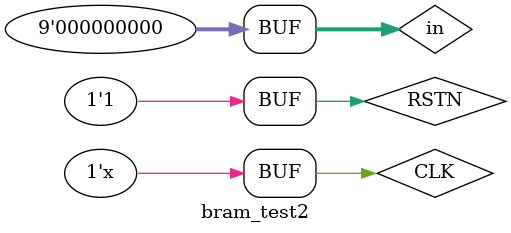
<source format=v>
`timescale 1ns / 1ps


module bram_test2;

	// Inputs
	reg CLK;
	reg RSTN;
	reg [8:0] in;

	// Outputs
	wire LED;
	wire [3:0] SEG_COM;
	wire [7:0] SEG_DATA;
	wire [6:0] SEG;
	wire [8:0] dla;
	wire [8:0] dob;
	wire		  enb;
	wire		  ena;
	wire [31:0]data;

	// Instantiate the Unit Under Test (UUT)
	TS_BRAM_TEST uut (
		.CLK(CLK), 
		.RSTN(RSTN), 
		.in(in), 
		.LED(LED), 
		.SEG_COM(SEG_COM), 
		.SEG_DATA(SEG_DATA), 
		.SEG(SEG),
		.dla(dla),
		.dob(dob),
		.enb(enb),
		.ena(ena),
		.data(data)
	);

	initial begin
		// Initialize Inputs
		CLK = 0;
		RSTN = 0;
		in = 0;

		// Wait 100 ns for global reset to finish
		#20;
		RSTN=1;
		#20;
		RSTN=0;
		#20;
		RSTN=1;
		#100;
		in=9'b1000_0000_0;
		#200;
		in=9'b0000_0000_0;
		#200;
		in=9'b0000_0000_1;
		#200;
		in=9'b0000_0000_0;
        
		// Add stimulus here

	end
   always #5 CLK=!CLK;
      
endmodule


</source>
